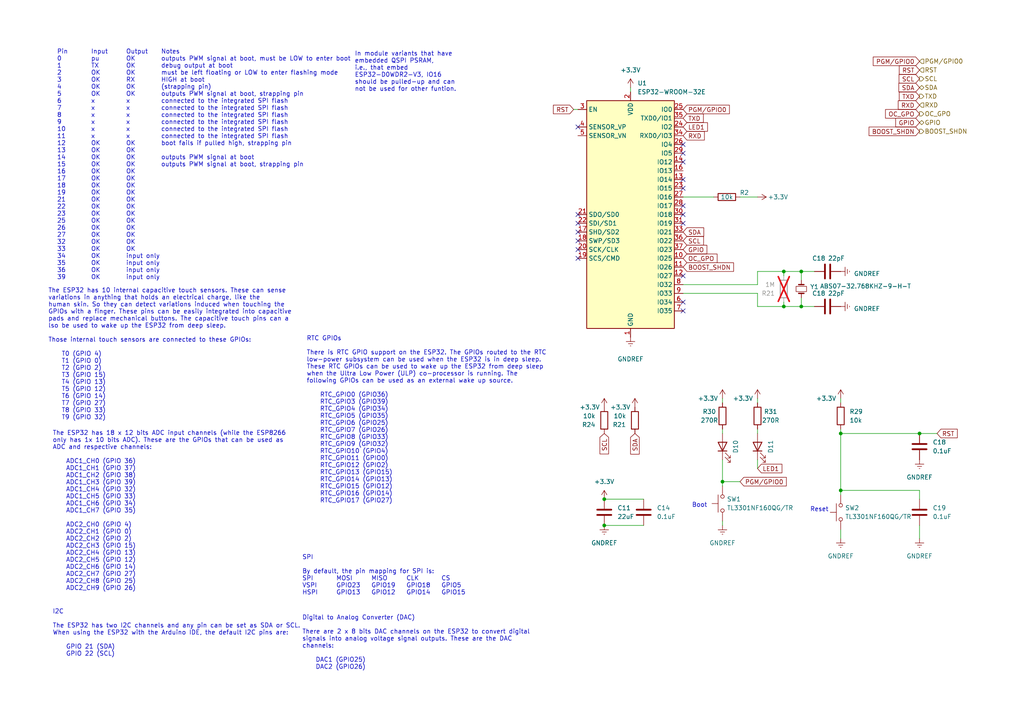
<source format=kicad_sch>
(kicad_sch (version 20230121) (generator eeschema)
  (paper "A4")
  (lib_symbols
    (symbol "Device:C" (pin_numbers hide) (pin_names (offset 0.254))
      (property "Reference" "C" (at 0.635 2.54 0))
      (property "Value" "C" (at 0.635 -2.54 0))
      (symbol "C_0_1"
        (polyline (pts (xy -2.032 -0.762) (xy 2.032 -0.762)) (stroke (width 0.508)))
        (polyline (pts (xy -2.032 0.762) (xy 2.032 0.762)) (stroke (width 0.508)))
      )
      (symbol "C_1_1"
        (pin passive line (at 0 3.81 270) (length 2.794) (name "~") (number "1"))
        (pin passive line (at 0 -3.81 90) (length 2.794) (name "~") (number "2"))
      )
    )
    (symbol "Device:Crystal_Small" (pin_numbers hide) (pin_names (offset 1.016) hide)
      (property "Reference" "Y" (at 0 2.54 0))
      (property "Value" "Crystal_Small" (at 0 -2.54 0))
      (symbol "Crystal_Small_0_1"
        (rectangle (start -0.762 -1.524) (end 0.762 1.524))
        (polyline (pts (xy -1.27 -0.762) (xy -1.27 0.762)) (stroke (width 0.381)))
        (polyline (pts (xy 1.27 -0.762) (xy 1.27 0.762)) (stroke (width 0.381)))
      )
      (symbol "Crystal_Small_1_1"
        (pin passive line (at -2.54 0 0) (length 1.27) (name "1") (number "1"))
        (pin passive line (at 2.54 0 180) (length 1.27) (name "2") (number "2"))
      )
    )
    (symbol "Device:LED" (pin_numbers hide) (pin_names (offset 1.016) hide)
      (property "Reference" "D" (at 0 2.54 0))
      (property "Value" "LED" (at 0 -2.54 0))
      (symbol "LED_0_1"
        (polyline (pts (xy -1.27 -1.27) (xy -1.27 1.27)) (stroke (width 0.254)))
        (polyline (pts (xy -1.27 0) (xy 1.27 0)))
        (polyline (pts (xy 1.27 -1.27) (xy 1.27 1.27) (xy -1.27 0) (xy 1.27 -1.27)) (stroke (width 0.254)))
        (polyline (pts (xy -3.048 -0.762) (xy -4.572 -2.286) (xy -3.81 -2.286) (xy -4.572 -2.286) (xy -4.572 -1.524)))
        (polyline (pts (xy -1.778 -0.762) (xy -3.302 -2.286) (xy -2.54 -2.286) (xy -3.302 -2.286) (xy -3.302 -1.524)))
      )
      (symbol "LED_1_1"
        (pin passive line (at -3.81 0 0) (length 2.54) (name "K") (number "1"))
        (pin passive line (at 3.81 0 180) (length 2.54) (name "A") (number "2"))
      )
    )
    (symbol "Device:R" (pin_numbers hide) (pin_names (offset 0))
      (property "Reference" "R" (at 2.032 0 90))
      (property "Value" "R" (at 0 0 90))
      (symbol "R_0_1"
        (rectangle (start -1.016 -2.54) (end 1.016 2.54) (stroke (width 0.254)))
      )
      (symbol "R_1_1"
        (pin passive line (at 0 3.81 270) (length 1.27) (name "~") (number "1"))
        (pin passive line (at 0 -3.81 90) (length 1.27) (name "~") (number "2"))
      )
    )
    (symbol "RF_Module:ESP32-WROOM-32D"
      (property "Reference" "U" (at -12.7 34.29 0))
      (property "Value" "ESP32-WROOM-32D" (at 1.27 34.29 0))
      (symbol "ESP32-WROOM-32D_0_1"
        (rectangle (start -12.7 33.02) (end 12.7 -33.02) (stroke (width 0.254)) (fill (type background)))
      )
      (symbol "ESP32-WROOM-32D_1_1"
        (pin power_in line (at 0 -35.56 90) (length 2.54) (name "GND") (number "1"))
        (pin bidirectional line (at 15.24 -12.7 180) (length 2.54) (name "IO25") (number "10"))
        (pin bidirectional line (at 15.24 -15.24 180) (length 2.54) (name "IO26") (number "11"))
        (pin bidirectional line (at 15.24 -17.78 180) (length 2.54) (name "IO27") (number "12"))
        (pin bidirectional line (at 15.24 10.16 180) (length 2.54) (name "IO14") (number "13"))
        (pin bidirectional line (at 15.24 15.24 180) (length 2.54) (name "IO12") (number "14"))
        (pin passive line (at 0 -35.56 90) (length 2.54) hide (name "GND") (number "15"))
        (pin bidirectional line (at 15.24 12.7 180) (length 2.54) (name "IO13") (number "16"))
        (pin bidirectional line (at -15.24 -5.08 0) (length 2.54) (name "SHD/SD2") (number "17"))
        (pin bidirectional line (at -15.24 -7.62 0) (length 2.54) (name "SWP/SD3") (number "18"))
        (pin bidirectional line (at -15.24 -12.7 0) (length 2.54) (name "SCS/CMD") (number "19"))
        (pin power_in line (at 0 35.56 270) (length 2.54) (name "VDD") (number "2"))
        (pin bidirectional line (at -15.24 -10.16 0) (length 2.54) (name "SCK/CLK") (number "20"))
        (pin bidirectional line (at -15.24 0 0) (length 2.54) (name "SDO/SD0") (number "21"))
        (pin bidirectional line (at -15.24 -2.54 0) (length 2.54) (name "SDI/SD1") (number "22"))
        (pin bidirectional line (at 15.24 7.62 180) (length 2.54) (name "IO15") (number "23"))
        (pin bidirectional line (at 15.24 25.4 180) (length 2.54) (name "IO2") (number "24"))
        (pin bidirectional line (at 15.24 30.48 180) (length 2.54) (name "IO0") (number "25"))
        (pin bidirectional line (at 15.24 20.32 180) (length 2.54) (name "IO4") (number "26"))
        (pin bidirectional line (at 15.24 5.08 180) (length 2.54) (name "IO16") (number "27"))
        (pin bidirectional line (at 15.24 2.54 180) (length 2.54) (name "IO17") (number "28"))
        (pin bidirectional line (at 15.24 17.78 180) (length 2.54) (name "IO5") (number "29"))
        (pin input line (at -15.24 30.48 0) (length 2.54) (name "EN") (number "3"))
        (pin bidirectional line (at 15.24 0 180) (length 2.54) (name "IO18") (number "30"))
        (pin bidirectional line (at 15.24 -2.54 180) (length 2.54) (name "IO19") (number "31"))
        (pin no_connect line (at -12.7 -27.94 0) (length 2.54) hide (name "NC") (number "32"))
        (pin bidirectional line (at 15.24 -5.08 180) (length 2.54) (name "IO21") (number "33"))
        (pin bidirectional line (at 15.24 22.86 180) (length 2.54) (name "RXD0/IO3") (number "34"))
        (pin bidirectional line (at 15.24 27.94 180) (length 2.54) (name "TXD0/IO1") (number "35"))
        (pin bidirectional line (at 15.24 -7.62 180) (length 2.54) (name "IO22") (number "36"))
        (pin bidirectional line (at 15.24 -10.16 180) (length 2.54) (name "IO23") (number "37"))
        (pin passive line (at 0 -35.56 90) (length 2.54) hide (name "GND") (number "38"))
        (pin passive line (at 0 -35.56 90) (length 2.54) hide (name "GND") (number "39"))
        (pin input line (at -15.24 25.4 0) (length 2.54) (name "SENSOR_VP") (number "4"))
        (pin input line (at -15.24 22.86 0) (length 2.54) (name "SENSOR_VN") (number "5"))
        (pin input line (at 15.24 -25.4 180) (length 2.54) (name "IO34") (number "6"))
        (pin input line (at 15.24 -27.94 180) (length 2.54) (name "IO35") (number "7"))
        (pin bidirectional line (at 15.24 -20.32 180) (length 2.54) (name "IO32") (number "8"))
        (pin bidirectional line (at 15.24 -22.86 180) (length 2.54) (name "IO33") (number "9"))
      )
    )
    (symbol "Switch:SW_Push" (pin_numbers hide) (pin_names (offset 1.016) hide)
      (property "Reference" "SW" (at 1.27 2.54 0))
      (property "Value" "SW_Push" (at 0 -1.524 0))
      (symbol "SW_Push_0_1"
        (circle (center -2.032 0) (radius 0.508))
        (polyline (pts (xy 0 1.27) (xy 0 3.048)))
        (polyline (pts (xy 2.54 1.27) (xy -2.54 1.27)))
        (circle (center 2.032 0) (radius 0.508))
        (pin passive line (at -5.08 0 0) (length 2.54) (name "1") (number "1"))
        (pin passive line (at 5.08 0 180) (length 2.54) (name "2") (number "2"))
      )
    )
    (symbol "power:+3.3V" (power) (pin_names (offset 0))
      (property "Value" "+3.3V" (at 0 3.556 0))
      (symbol "+3.3V_0_1"
        (polyline (pts (xy -0.762 1.27) (xy 0 2.54)))
        (polyline (pts (xy 0 0) (xy 0 2.54)))
        (polyline (pts (xy 0 2.54) (xy 0.762 1.27)))
      )
      (symbol "+3.3V_1_1"
        (pin power_in line (at 0 0 90) (length 0) hide (name "+3.3V") (number "1"))
      )
    )
    (symbol "power:GNDREF" (power) (pin_names (offset 0))
      (property "Value" "GNDREF" (at 0 -3.81 0))
      (symbol "GNDREF_0_1"
        (polyline (pts (xy -0.635 -1.905) (xy 0.635 -1.905)))
        (polyline (pts (xy -0.127 -2.54) (xy 0.127 -2.54)))
        (polyline (pts (xy 0 -1.27) (xy 0 0)))
        (polyline (pts (xy 1.27 -1.27) (xy -1.27 -1.27)))
      )
      (symbol "GNDREF_1_1"
        (pin power_in line (at 0 0 270) (length 0) hide (name "GNDREF") (number "1"))
      )
    )
  )
  (junction (at 209.55 139.7))
  (junction (at 175.26 152.4))
  (junction (at 232.41 88.9))
  (junction (at 243.84 142.24))
  (junction (at 266.7 125.73))
  (junction (at 232.41 78.74))
  (junction (at 243.84 125.73))
  (junction (at 175.26 144.78))
  (junction (at 227.33 88.9))
  (junction (at 227.33 78.74))
  (no_connect (at 167.64 64.77))
  (no_connect (at 198.12 64.77))
  (no_connect (at 167.64 69.85))
  (no_connect (at 198.12 54.61))
  (no_connect (at 167.64 36.83))
  (no_connect (at 167.64 74.93))
  (no_connect (at 198.12 59.69))
  (no_connect (at 198.12 52.07))
  (no_connect (at 198.12 87.63))
  (no_connect (at 198.12 90.17))
  (no_connect (at 198.12 62.23))
  (no_connect (at 167.64 72.39))
  (no_connect (at 167.64 62.23))
  (no_connect (at 198.12 41.91))
  (no_connect (at 167.64 67.31))
  (no_connect (at 198.12 44.45))
  (no_connect (at 198.12 46.99))
  (no_connect (at 198.12 80.01))
  (wire (pts (xy 219.71 115.57) (xy 219.71 116.84)))
  (wire (pts (xy 266.7 152.4) (xy 266.7 156.21)))
  (wire (pts (xy 214.63 57.15) (xy 219.71 57.15)))
  (wire (pts (xy 219.71 133.35) (xy 219.71 135.89)))
  (wire (pts (xy 209.55 139.7) (xy 214.63 139.7)))
  (wire (pts (xy 209.55 133.35) (xy 209.55 139.7)))
  (wire (pts (xy 232.41 78.74) (xy 232.41 81.28)))
  (wire (pts (xy 232.41 78.74) (xy 236.22 78.74)))
  (wire (pts (xy 243.84 142.24) (xy 243.84 143.51)))
  (wire (pts (xy 227.33 78.74) (xy 232.41 78.74)))
  (wire (pts (xy 266.7 125.73) (xy 271.78 125.73)))
  (wire (pts (xy 198.12 82.55) (xy 219.71 82.55)))
  (wire (pts (xy 209.55 124.46) (xy 209.55 125.73)))
  (wire (pts (xy 243.84 124.46) (xy 243.84 125.73)))
  (wire (pts (xy 243.84 156.21) (xy 243.84 153.67)))
  (wire (pts (xy 207.01 57.15) (xy 198.12 57.15)))
  (wire (pts (xy 219.71 88.9) (xy 227.33 88.9)))
  (wire (pts (xy 219.71 82.55) (xy 219.71 78.74)))
  (wire (pts (xy 182.88 25.4) (xy 182.88 26.67)))
  (wire (pts (xy 243.84 125.73) (xy 266.7 125.73)))
  (wire (pts (xy 227.33 88.9) (xy 232.41 88.9)))
  (wire (pts (xy 227.33 87.63) (xy 227.33 88.9)))
  (wire (pts (xy 166.37 31.75) (xy 167.64 31.75)))
  (wire (pts (xy 209.55 140.97) (xy 209.55 139.7)))
  (wire (pts (xy 243.84 115.57) (xy 243.84 116.84)))
  (wire (pts (xy 227.33 78.74) (xy 227.33 80.01)))
  (wire (pts (xy 186.69 144.78) (xy 175.26 144.78)))
  (wire (pts (xy 186.69 152.4) (xy 175.26 152.4)))
  (wire (pts (xy 209.55 115.57) (xy 209.55 116.84)))
  (wire (pts (xy 243.84 125.73) (xy 243.84 142.24)))
  (wire (pts (xy 219.71 124.46) (xy 219.71 125.73)))
  (wire (pts (xy 209.55 152.4) (xy 209.55 151.13)))
  (wire (pts (xy 266.7 142.24) (xy 243.84 142.24)))
  (wire (pts (xy 219.71 85.09) (xy 219.71 88.9)))
  (wire (pts (xy 219.71 78.74) (xy 227.33 78.74)))
  (wire (pts (xy 232.41 88.9) (xy 236.22 88.9)))
  (wire (pts (xy 232.41 86.36) (xy 232.41 88.9)))
  (wire (pts (xy 198.12 85.09) (xy 219.71 85.09)))
  (wire (pts (xy 266.7 144.78) (xy 266.7 142.24)))
  (text "SPI\n\nBy default, the pin mapping for SPI is:\nSPI   	MOSI	MISO	CLK 	CS\nVSPI	GPIO23	GPIO19	GPIO18	GPIO5\nHSPI	GPIO13	GPIO12	GPIO14	GPIO15" (at 87.63 172.72 0) (effects (font (size 1.27 1.27)) (justify left bottom)))
  (text "The ESP32 has 18 x 12 bits ADC input channels (while the ESP8266 \nonly has 1x 10 bits ADC). These are the GPIOs that can be used as \nADC and respective channels:\n\n    ADC1_CH0 (GPIO 36)\n    ADC1_CH1 (GPIO 37)\n    ADC1_CH2 (GPIO 38)\n    ADC1_CH3 (GPIO 39)\n    ADC1_CH4 (GPIO 32)\n    ADC1_CH5 (GPIO 33)\n    ADC1_CH6 (GPIO 34)\n    ADC1_CH7 (GPIO 35)\n\n    ADC2_CH0 (GPIO 4)\n    ADC2_CH1 (GPIO 0)\n    ADC2_CH2 (GPIO 2)\n    ADC2_CH3 (GPIO 15)\n    ADC2_CH4 (GPIO 13)\n    ADC2_CH5 (GPIO 12)\n    ADC2_CH6 (GPIO 14)\n    ADC2_CH7 (GPIO 27)\n    ADC2_CH8 (GPIO 25)\n    ADC2_CH9 (GPIO 26)" (at 15.24 171.45 0) (effects (font (size 1.27 1.27)) (justify left bottom)))
  (text "I2C\n\nThe ESP32 has two I2C channels and any pin can be set as SDA or SCL.\nWhen using the ESP32 with the Arduino IDE, the default I2C pins are:\n\n    GPIO 21 (SDA)\n    GPIO 22 (SCL)" (at 15.24 190.5 0) (effects (font (size 1.27 1.27)) (justify left bottom)))
  (text "Digital to Analog Converter (DAC)\n\nThere are 2 x 8 bits DAC channels on the ESP32 to convert digital \nsignals into analog voltage signal outputs. These are the DAC \nchannels:\n\n    DAC1 (GPIO25)\n    DAC2 (GPIO26)" (at 87.63 194.31 0) (effects (font (size 1.27 1.27)) (justify left bottom)))
  (text "Boot" (at 200.66 147.32 0) (effects (font (size 1.27 1.27)) (justify left bottom)))
  (text "RTC GPIOs\n\nThere is RTC GPIO support on the ESP32. The GPIOs routed to the RTC\nlow-power subsystem can be used when the ESP32 is in deep sleep. \nThese RTC GPIOs can be used to wake up the ESP32 from deep sleep \nwhen the Ultra Low Power (ULP) co-processor is running. The \nfollowing GPIOs can be used as an external wake up source.\n\n    RTC_GPIO0 (GPIO36)\n    RTC_GPIO3 (GPIO39)\n    RTC_GPIO4 (GPIO34)\n    RTC_GPIO5 (GPIO35)\n    RTC_GPIO6 (GPIO25)\n    RTC_GPIO7 (GPIO26)\n    RTC_GPIO8 (GPIO33)\n    RTC_GPIO9 (GPIO32)\n    RTC_GPIO10 (GPIO4)\n    RTC_GPIO11 (GPIO0)\n    RTC_GPIO12 (GPIO2)\n    RTC_GPIO13 (GPIO15)\n    RTC_GPIO14 (GPIO13)\n    RTC_GPIO15 (GPIO12)\n    RTC_GPIO16 (GPIO14)\n    RTC_GPIO17 (GPIO27)" (at 88.9 146.05 0) (effects (font (size 1.27 1.27)) (justify left bottom)))
  (text "Reset" (at 234.95 148.59 0) (effects (font (size 1.27 1.27)) (justify left bottom)))
  (text "The ESP32 has 10 internal capacitive touch sensors. These can sense \nvariations in anything that holds an electrical charge, like the \nhuman skin. So they can detect variations induced when touching the \nGPIOs with a finger. These pins can be easily integrated into capacitive\npads and replace mechanical buttons. The capacitive touch pins can a\nlso be used to wake up the ESP32 from deep sleep.\n\nThose internal touch sensors are connected to these GPIOs:\n\n    T0 (GPIO 4)\n    T1 (GPIO 0)\n    T2 (GPIO 2)\n    T3 (GPIO 15)\n    T4 (GPIO 13)\n    T5 (GPIO 12)\n    T6 (GPIO 14)\n    T7 (GPIO 27)\n    T8 (GPIO 33)\n    T9 (GPIO 32)" (at 13.97 121.92 0) (effects (font (size 1.27 1.27)) (justify left bottom)))
  (text "Pin		Input	Output	Notes\n0		pu		OK		outputs PWM signal at boot, must be LOW to enter boot\n1		TX 		OK		debug output at boot\n2		OK		OK		must be left floating or LOW to enter flashing mode\n3		OK		RX 		HIGH at boot\n4		OK		OK		(strapping pin)\n5		OK		OK		outputs PWM signal at boot, strapping pin\n6		x		x		connected to the integrated SPI flash\n7		x		x		connected to the integrated SPI flash\n8		x		x		connected to the integrated SPI flash\n9		x		x		connected to the integrated SPI flash\n10		x		x		connected to the integrated SPI flash\n11		x		x		connected to the integrated SPI flash\n12		OK		OK		boot fails if pulled high, strapping pin\n13		OK		OK		\n14		OK		OK		outputs PWM signal at boot\n15		OK		OK		outputs PWM signal at boot, strapping pin\n16		OK		OK		\n17		OK		OK		\n18		OK		OK		\n19		OK		OK		\n21		OK		OK		\n22		OK		OK		\n23		OK		OK		\n25		OK		OK		\n26		OK		OK		\n27		OK		OK		\n32		OK		OK		\n33		OK		OK		\n34		OK		input only\n35		OK		input only\n36		OK		input only\n39		OK		input only" (at 16.51 81.28 0) (effects (font (size 1.27 1.27)) (justify left bottom)))
  (text "In module variants that have\nembedded QSPI PSRAM,\ni.e., that embed\nESP32-D0WDR2-V3, IO16\nshould be pulled-up and can\nnot be used for other funtion." (at 102.87 26.67 0) (effects (font (size 1.27 1.27)) (justify left bottom)))
  (global_label "LED1" (shape input) (at 219.71 135.89 0) (property "Intersheetrefs" "${INTERSHEET_REFS}" (effects hide)))
  (global_label "BOOST_SHDN" (shape input) (at 266.7 38.1 180) (property "Intersheetrefs" "${INTERSHEET_REFS}" (effects hide)))
  (global_label "PGM{slash}GPIO0" (shape input) (at 266.7 17.78 180) (property "Intersheetrefs" "${INTERSHEET_REFS}" (effects hide)))
  (global_label "RST" (shape input) (at 271.78 125.73 0) (property "Intersheetrefs" "${INTERSHEET_REFS}" (effects hide)))
  (global_label "GPIO" (shape input) (at 266.7 35.56 180) (property "Intersheetrefs" "${INTERSHEET_REFS}" (effects hide)))
  (global_label "SCL" (shape input) (at 266.7 22.86 180) (property "Intersheetrefs" "${INTERSHEET_REFS}" (effects hide)))
  (global_label "SCL" (shape input) (at 175.26 125.73 270) (property "Intersheetrefs" "${INTERSHEET_REFS}" (effects hide)))
  (global_label "RXD" (shape input) (at 198.12 39.37 0) (property "Intersheetrefs" "${INTERSHEET_REFS}" (effects hide)))
  (global_label "TXD" (shape input) (at 266.7 27.94 180) (property "Intersheetrefs" "${INTERSHEET_REFS}" (effects hide)))
  (global_label "OC_GPO" (shape input) (at 198.12 74.93 0) (property "Intersheetrefs" "${INTERSHEET_REFS}" (effects hide)))
  (global_label "RST" (shape input) (at 266.7 20.32 180) (property "Intersheetrefs" "${INTERSHEET_REFS}" (effects hide)))
  (global_label "LED1" (shape input) (at 198.12 36.83 0) (property "Intersheetrefs" "${INTERSHEET_REFS}" (effects hide)))
  (global_label "SDA" (shape input) (at 184.15 125.73 270) (property "Intersheetrefs" "${INTERSHEET_REFS}" (effects hide)))
  (global_label "RXD" (shape input) (at 266.7 30.48 180) (property "Intersheetrefs" "${INTERSHEET_REFS}" (effects hide)))
  (global_label "RST" (shape input) (at 166.37 31.75 180) (property "Intersheetrefs" "${INTERSHEET_REFS}" (effects hide)))
  (global_label "BOOST_SHDN" (shape input) (at 198.12 77.47 0) (property "Intersheetrefs" "${INTERSHEET_REFS}" (effects hide)))
  (global_label "TXD" (shape input) (at 198.12 34.29 0) (property "Intersheetrefs" "${INTERSHEET_REFS}" (effects hide)))
  (global_label "PGM{slash}GPIO0" (shape input) (at 198.12 31.75 0) (property "Intersheetrefs" "${INTERSHEET_REFS}" (effects hide)))
  (global_label "SDA" (shape input) (at 266.7 25.4 180) (property "Intersheetrefs" "${INTERSHEET_REFS}" (effects hide)))
  (global_label "GPIO" (shape input) (at 198.12 72.39 0) (property "Intersheetrefs" "${INTERSHEET_REFS}" (effects hide)))
  (global_label "OC_GPO" (shape input) (at 266.7 33.02 180) (property "Intersheetrefs" "${INTERSHEET_REFS}" (effects hide)))
  (global_label "SDA" (shape input) (at 198.12 67.31 0) (property "Intersheetrefs" "${INTERSHEET_REFS}" (effects hide)))
  (global_label "SCL" (shape input) (at 198.12 69.85 0) (property "Intersheetrefs" "${INTERSHEET_REFS}" (effects hide)))
  (global_label "PGM{slash}GPIO0" (shape input) (at 214.63 139.7 0) (property "Intersheetrefs" "${INTERSHEET_REFS}" (effects hide)))
  (hierarchical_label "PGM{slash}GPIO0" (shape input) (at 266.7 17.78 0))
  (hierarchical_label "BOOST_SHDN" (shape output) (at 266.7 38.1 0))
  (hierarchical_label "SDA" (shape bidirectional) (at 266.7 25.4 0))
  (hierarchical_label "TXD" (shape output) (at 266.7 27.94 0))
  (hierarchical_label "RST" (shape input) (at 266.7 20.32 0))
  (hierarchical_label "RXD" (shape input) (at 266.7 30.48 0))
  (hierarchical_label "SCL" (shape output) (at 266.7 22.86 0))
  (hierarchical_label "GPIO" (shape bidirectional) (at 266.7 35.56 0))
  (hierarchical_label "OC_GPO" (shape output) (at 266.7 33.02 0))
  (symbol (lib_id "Device:Crystal_Small") (at 232.41 83.82 90) (unit 1)
    (property "Reference" "Y1" (at 234.95 83.185 90) (effects (justify right)))
    (property "Value" "ABS07-32.768KHZ-9-H-T" (at 237.8133 83.0007 90) (effects (justify right)))
    (property "Footprint" "Crystal:Crystal_SMD_3215-2Pin_3.2x1.5mm" (effects hide))
    (property "Datasheet" "https://no.mouser.com/datasheet/2/3/ABS07-3080027.pdf" (effects hide))
    (property "Supplier Part Number" "ABS07-32.768KHZ-9-H-T" (effects hide))
  )
  (symbol (lib_id "power:GNDREF") (at 266.7 133.35 0) (unit 1)
    (property "Reference" "#PWR046" (effects hide))
    (property "Value" "GNDREF" (at 266.7 138.43 0))
    (instances (project "aqsense_cheapass" (path "" (reference "#PWR046") (unit 1)) (path "" (reference "#PWR034") (unit 1))) (project "opengeiger" (path "" (reference "#PWR030") (unit 1))))
  )
  (symbol (lib_id "Device:R") (at 184.15 121.92 0) (unit 1)
    (property "Reference" "R21" (at 181.61 123.1901 0) (effects (justify right)))
    (property "Value" "10k" (at 181.61 120.6501 0) (effects (justify right)))
    (property "Footprint" "Resistor_SMD:R_0603_1608Metric_Pad0.98x0.95mm_HandSolder" (effects hide))
    (property "MPN" "RMCF0603JT10K0" (effects hide))
    (property "INFO" "DIGIKEY" (effects hide))
    (property "Supplier Part Number" "RMCF0603JT10K0DKR-ND" (effects hide))
    (instances (project "aqsense_cheapass" (path "" (reference "R21") (unit 1)) (path "" (reference "R10") (unit 1)) (path "" (reference "R10") (unit 1))) (project "opengeiger" (path "" (reference "R16") (unit 1))))
  )
  (symbol (lib_id "power:+3.3V") (at 175.26 118.11 0) (unit 1)
    (property "Reference" "#PWR030" (effects hide))
    (property "Value" "+3.3V" (at 173.99 118.11 0) (effects (justify right)))
    (instances (project "aqsense_cheapass" (path "" (reference "#PWR030") (unit 1)) (path "" (reference "#PWR026") (unit 1)) (path "" (reference "#PWR026") (unit 1))) (project "opengeiger" (path "" (reference "#PWR0110") (unit 1))))
  )
  (symbol (lib_id "power:+3.3V") (at 209.55 115.57 0) (unit 1)
    (property "Reference" "#PWR049" (effects hide))
    (property "Value" "+3.3V" (at 208.28 115.57 0) (effects (justify right)))
    (instances (project "aqsense_cheapass" (path "" (reference "#PWR049") (unit 1)) (path "" (reference "#PWR039") (unit 1))) (project "opengeiger" (path "" (reference "#PWR035") (unit 1))))
  )
  (symbol (lib_id "power:+3.3V") (at 219.71 115.57 0) (unit 1)
    (property "Reference" "#PWR050" (effects hide))
    (property "Value" "+3.3V" (at 218.44 115.57 0) (effects (justify right)))
    (instances (project "aqsense_cheapass" (path "" (reference "#PWR050") (unit 1)) (path "" (reference "#PWR040") (unit 1))) (project "opengeiger" (path "" (reference "#PWR036") (unit 1))))
  )
  (symbol (lib_id "Device:R") (at 243.84 120.65 180) (unit 1)
    (property "Reference" "R29" (at 246.38 119.3799 0) (effects (justify right)))
    (property "Value" "10k" (at 246.38 121.9199 0) (effects (justify right)))
    (property "Footprint" "Resistor_SMD:R_0603_1608Metric_Pad0.98x0.95mm_HandSolder" (effects hide))
    (property "MPN" "RMCF0603JT10K0" (effects hide))
    (property "INFO" "DIGIKEY" (effects hide))
    (property "Supplier Part Number" "RMCF0603JT10K0DKR-ND" (effects hide))
    (instances (project "aqsense_cheapass" (path "" (reference "R29") (unit 1)) (path "" (reference "R2") (unit 1))) (project "opengeiger" (path "" (reference "R8") (unit 1))))
  )
  (symbol (lib_id "Device:R") (at 175.26 121.92 0) (unit 1)
    (property "Reference" "R24" (at 172.72 123.1901 0) (effects (justify right)))
    (property "Value" "10k" (at 172.72 120.6501 0) (effects (justify right)))
    (property "Footprint" "Resistor_SMD:R_0603_1608Metric_Pad0.98x0.95mm_HandSolder" (effects hide))
    (property "MPN" "RMCF0603JT10K0" (effects hide))
    (property "INFO" "DIGIKEY" (effects hide))
    (property "Supplier Part Number" "RMCF0603JT10K0DKR-ND" (effects hide))
    (instances (project "aqsense_cheapass" (path "" (reference "R24") (unit 1)) (path "" (reference "R11") (unit 1)) (path "" (reference "R11") (unit 1))) (project "opengeiger" (path "" (reference "R17") (unit 1))))
  )
  (symbol (lib_id "Device:C") (at 266.7 148.59 0) (unit 1)
    (property "Reference" "C19" (at 270.51 147.3199 0) (effects (justify left)))
    (property "Value" "0.1uF" (at 270.51 149.8599 0) (effects (justify left)))
    (property "Footprint" "Capacitor_SMD:C_0603_1608Metric_Pad1.08x0.95mm_HandSolder" (effects hide))
    (property "MPN" "06035C104KAT4A" (effects hide))
    (property "INFO" "DIGIKEY" (effects hide))
    (property "Supplier Part Number" "478-10346-1-ND" (effects hide))
    (instances (project "aqsense_cheapass" (path "" (reference "C19") (unit 1)) (path "" (reference "C6") (unit 1))) (project "opengeiger" (path "" (reference "C9") (unit 1))))
  )
  (symbol (lib_id "Device:C") (at 186.69 148.59 0) (unit 1)
    (property "Reference" "C14" (at 190.5 147.3199 0) (effects (justify left)))
    (property "Value" "0.1uF" (at 190.5 149.8599 0) (effects (justify left)))
    (property "Footprint" "Capacitor_SMD:C_0603_1608Metric_Pad1.08x0.95mm_HandSolder" (effects hide))
    (property "MPN" "06035C104KAT4A" (effects hide))
    (property "INFO" "DIGIKEY" (effects hide))
    (property "Supplier Part Number" "478-10346-1-ND" (effects hide))
    (instances (project "aqsense_cheapass" (path "" (reference "C14") (unit 1)) (path "" (reference "C8") (unit 1))) (project "opengeiger" (path "" (reference "C6") (unit 1))))
  )
  (symbol (lib_id "power:+3.3V") (at 175.26 144.78 0) (unit 1)
    (property "Reference" "#PWR018" (effects hide))
    (property "Value" "+3.3V" (at 175.26 139.7 0))
    (instances (project "aqsense_cheapass" (path "" (reference "#PWR018") (unit 1)) (path "" (reference "#PWR041") (unit 1))) (project "opengeiger" (path "" (reference "#PWR016") (unit 1))))
  )
  (symbol (lib_id "power:GNDREF") (at 243.84 88.9 90) (unit 1)
    (property "Reference" "#PWR043" (effects hide))
    (property "Value" "GNDREF" (at 247.65 89.535 90) (effects (justify right)))
    (instances (project "aqsense_cheapass" (path "" (reference "#PWR043") (unit 1)) (path "" (reference "#PWR046") (unit 1))) (project "opengeiger" (path "" (reference "#PWR032") (unit 1))))
  )
  (symbol (lib_id "power:+3.3V") (at 219.71 57.15 270) (unit 1)
    (property "Reference" "#PWR015" (effects hide))
    (property "Value" "+3.3V" (at 228.6 57.15 90) (effects (justify right)))
    (instances (project "aqsense_cheapass" (path "" (reference "#PWR015") (unit 1)) (path "" (reference "#PWR038") (unit 1))) (project "opengeiger" (path "" (reference "#PWR013") (unit 1))))
  )
  (symbol (lib_id "Device:R") (at 219.71 120.65 0) (unit 1)
    (property "Reference" "R31" (at 223.52 119.38 0))
    (property "Value" "270R" (at 223.52 121.92 0))
    (property "Footprint" "Resistor_SMD:R_0603_1608Metric_Pad0.98x0.95mm_HandSolder" (effects hide))
    (property "MPN" "RC0603JR-07270RL" (effects hide))
    (property "INFO" "DIGIKEY" (effects hide))
    (property "Supplier Part Number" "311-270GRDKR-ND" (effects hide))
    (instances (project "aqsense_cheapass" (path "" (reference "R31") (unit 1)) (path "" (reference "R14") (unit 1))) (project "opengeiger" (path "" (reference "R10") (unit 1))))
  )
  (symbol (lib_id "power:GNDREF") (at 266.7 156.21 0) (unit 1)
    (property "Reference" "#PWR047" (effects hide))
    (property "Value" "GNDREF" (at 266.7 161.29 0))
    (instances (project "aqsense_cheapass" (path "" (reference "#PWR047") (unit 1)) (path "" (reference "#PWR037") (unit 1))) (project "opengeiger" (path "" (reference "#PWR031") (unit 1))))
  )
  (symbol (lib_id "Switch:SW_Push") (at 243.84 148.59 90) (unit 1)
    (property "Reference" "SW2" (at 245.11 147.3199 90) (effects (justify right)))
    (property "Value" "TL3301NF160QG/TR" (at 245.11 149.8599 90) (effects (justify right)))
    (property "Footprint" "eikgeiger:SW_TL3301NF160QG_TR" (effects hide))
    (property "MPN" "TL3301NF160QG/TR" (effects hide))
    (property "INFO" "DIGIKEY" (effects hide))
    (property "Supplier Part Number" "141-TL3301NF160QG-KRDKR-ND" (effects hide))
    (instances (project "aqsense_cheapass" (path "" (reference "SW2") (unit 1)) (path "" (reference "SW2") (unit 1))) (project "opengeiger" (path "" (reference "SW1") (unit 1))))
  )
  (symbol (lib_id "Device:C") (at 240.03 88.9 90) (unit 1)
    (property "Reference" "C18" (at 237.49 85.09 90))
    (property "Value" "22pF" (at 242.57 85.09 90))
    (property "Footprint" "Capacitor_SMD:C_0603_1608Metric_Pad1.08x0.95mm_HandSolder" (effects hide))
    (property "INFO" "DIGIKEY" (effects hide))
    (instances (project "aqsense_cheapass" (path "" (reference "C18") (unit 1)) (path "" (reference "C10") (unit 1))) (project "opengeiger" (path "" (reference "C8") (unit 1))))
  )
  (symbol (lib_id "Device:LED") (at 209.55 129.54 90) (unit 1)
    (property "Reference" "D10" (at 213.36 129.54 0))
    (property "Value" "0603RBD0700S01" (effects hide))
    (property "Footprint" "LED_SMD:LED_0603_1608Metric" (effects hide))
    (property "INFO" "DIGIKEY" (effects hide))
    (property "MPN" "0603RBD0700S01" (effects hide))
    (property "Supplier Part Number" "160-1447-6-ND" (effects hide))
    (instances (project "aqsense_cheapass" (path "" (reference "D10") (unit 1)) (path "" (reference "D3") (unit 1))) (project "opengeiger" (path "" (reference "D3") (unit 1))))
  )
  (symbol (lib_id "power:+3.3V") (at 243.84 115.57 0) (unit 1)
    (property "Reference" "#PWR044" (effects hide))
    (property "Value" "+3.3V" (at 242.57 115.57 0) (effects (justify right)))
    (instances (project "aqsense_cheapass" (path "" (reference "#PWR044") (unit 1)) (path "" (reference "#PWR018") (unit 1))) (project "opengeiger" (path "" (reference "#PWR026") (unit 1))))
  )
  (symbol (lib_id "power:GNDREF") (at 243.84 78.74 90) (unit 1)
    (property "Reference" "#PWR043" (effects hide))
    (property "Value" "GNDREF" (at 247.65 79.375 90) (effects (justify right)))
    (instances (project "aqsense_cheapass" (path "" (reference "#PWR043") (unit 1)) (path "" (reference "#PWR047") (unit 1))) (project "opengeiger" (path "" (reference "#PWR032") (unit 1))))
  )
  (symbol (lib_id "Device:C") (at 175.26 148.59 0) (unit 1)
    (property "Reference" "C11" (at 179.07 147.3199 0) (effects (justify left)))
    (property "Value" "22uF" (at 179.07 149.8599 0) (effects (justify left)))
    (property "Footprint" "Capacitor_SMD:C_0805_2012Metric_Pad1.18x1.45mm_HandSolder" (effects hide))
    (property "MPN" "CL21A226MOCLRNC" (effects hide))
    (property "INFO" "DIGIKEY" (effects hide))
    (property "Supplier Part Number" "1276-6780-6-ND" (effects hide))
    (instances (project "aqsense_cheapass" (path "" (reference "C11") (unit 1)) (path "" (reference "C7") (unit 1))) (project "opengeiger" (path "" (reference "C5") (unit 1))))
  )
  (symbol (lib_id "Device:LED") (at 219.71 129.54 90) (unit 1)
    (property "Reference" "D11" (at 223.52 129.54 0))
    (property "Value" "0603RBD0700S01" (effects hide))
    (property "Footprint" "LED_SMD:LED_0603_1608Metric" (effects hide))
    (property "INFO" "DIGIKEY" (effects hide))
    (property "MPN" "0603RBD0700S01" (effects hide))
    (property "Supplier Part Number" "160-1447-6-ND" (effects hide))
    (instances (project "aqsense_cheapass" (path "" (reference "D11") (unit 1)) (path "" (reference "D4") (unit 1))) (project "opengeiger" (path "" (reference "D4") (unit 1))))
  )
  (symbol (lib_id "power:+3.3V") (at 182.88 25.4 0) (unit 1)
    (property "Reference" "#PWR07" (effects hide))
    (property "Value" "+3.3V" (at 182.88 20.32 0))
    (instances (project "aqsense_cheapass" (path "" (reference "#PWR07") (unit 1)) (path "" (reference "#PWR08") (unit 1))) (project "opengeiger" (path "" (reference "#PWR04") (unit 1))))
  )
  (symbol (lib_id "power:GNDREF") (at 209.55 152.4 0) (unit 1)
    (property "Reference" "#PWR043" (effects hide))
    (property "Value" "GNDREF" (at 209.55 157.48 0))
    (instances (project "aqsense_cheapass" (path "" (reference "#PWR043") (unit 1)) (path "" (reference "#PWR07") (unit 1))) (project "opengeiger" (path "" (reference "#PWR032") (unit 1))))
  )
  (symbol (lib_id "Device:R") (at 227.33 83.82 0) (unit 1) (dnp yes)
    (property "Reference" "R21" (at 224.79 85.0901 0) (effects (justify right)))
    (property "Value" "1M" (at 224.79 82.5501 0) (effects (justify right)))
    (property "Footprint" "Resistor_SMD:R_0603_1608Metric_Pad0.98x0.95mm_HandSolder" (effects hide))
    (property "INFO" "DIGIKEY" (effects hide))
    (instances (project "aqsense_cheapass" (path "" (reference "R21") (unit 1)) (path "" (reference "R10") (unit 1)) (path "" (reference "R15") (unit 1))) (project "opengeiger" (path "" (reference "R16") (unit 1))))
  )
  (symbol (lib_id "power:+3.3V") (at 184.15 118.11 0) (unit 1)
    (property "Reference" "#PWR026" (effects hide))
    (property "Value" "+3.3V" (at 182.88 118.11 0) (effects (justify right)))
    (instances (project "aqsense_cheapass" (path "" (reference "#PWR026") (unit 1)) (path "" (reference "#PWR025") (unit 1)) (path "" (reference "#PWR025") (unit 1))) (project "opengeiger" (path "" (reference "#PWR0109") (unit 1))))
  )
  (symbol (lib_id "Device:R") (at 210.82 57.15 90) (unit 1)
    (property "Reference" "R2" (at 215.9 55.88 90))
    (property "Value" "10k" (at 210.82 57.15 90))
    (property "Footprint" "Resistor_SMD:R_0603_1608Metric_Pad0.98x0.95mm_HandSolder" (effects hide))
    (property "MPN" "RMCF0603JT10K0" (effects hide))
    (property "INFO" "DIGIKEY" (effects hide))
    (property "Supplier Part Number" "RMCF0603JT10K0DKR-ND" (effects hide))
    (instances (project "aqsense_cheapass" (path "" (reference "R2") (unit 1)) (path "" (reference "R12") (unit 1))) (project "opengeiger" (path "" (reference "R2") (unit 1))))
  )
  (symbol (lib_id "power:GNDREF") (at 175.26 152.4 0) (unit 1)
    (property "Reference" "#PWR019" (effects hide))
    (property "Value" "GNDREF" (at 175.26 157.48 0))
    (instances (project "aqsense_cheapass" (path "" (reference "#PWR019") (unit 1)) (path "" (reference "#PWR042") (unit 1))) (project "opengeiger" (path "" (reference "#PWR017") (unit 1))))
  )
  (symbol (lib_id "Device:C") (at 266.7 129.54 0) (unit 1)
    (property "Reference" "C18" (at 270.51 128.2699 0) (effects (justify left)))
    (property "Value" "0.1uF" (at 270.51 130.8099 0) (effects (justify left)))
    (property "Footprint" "Capacitor_SMD:C_0603_1608Metric_Pad1.08x0.95mm_HandSolder" (effects hide))
    (property "MPN" "06035C104KAT4A" (effects hide))
    (property "INFO" "DIGIKEY" (effects hide))
    (property "Supplier Part Number" "478-10346-1-ND" (effects hide))
    (instances (project "aqsense_cheapass" (path "" (reference "C18") (unit 1)) (path "" (reference "C5") (unit 1))) (project "opengeiger" (path "" (reference "C8") (unit 1))))
  )
  (symbol (lib_id "Switch:SW_Push") (at 209.55 146.05 90) (unit 1)
    (property "Reference" "SW1" (at 210.82 144.7799 90) (effects (justify right)))
    (property "Value" "TL3301NF160QG/TR" (at 210.82 147.3199 90) (effects (justify right)))
    (property "Footprint" "eikgeiger:SW_TL3301NF160QG_TR" (effects hide))
    (property "MPN" "TL3301NF160QG/TR" (effects hide))
    (property "INFO" "DIGIKEY" (effects hide))
    (property "Supplier Part Number" "141-TL3301NF160QG-KRDKR-ND" (effects hide))
    (instances (project "aqsense_cheapass" (path "" (reference "SW1") (unit 1)) (path "" (reference "SW1") (unit 1))) (project "opengeiger" (path "" (reference "SW2") (unit 1))))
  )
  (symbol (lib_id "power:GNDREF") (at 243.84 156.21 0) (unit 1)
    (property "Reference" "#PWR045" (effects hide))
    (property "Value" "GNDREF" (at 243.84 161.29 0))
    (instances (project "aqsense_cheapass" (path "" (reference "#PWR045") (unit 1)) (path "" (reference "#PWR019") (unit 1))) (project "opengeiger" (path "" (reference "#PWR027") (unit 1))))
  )
  (symbol (lib_id "Device:R") (at 209.55 120.65 0) (unit 1)
    (property "Reference" "R30" (at 205.74 119.38 0))
    (property "Value" "270R" (at 205.74 121.92 0))
    (property "Footprint" "Resistor_SMD:R_0603_1608Metric_Pad0.98x0.95mm_HandSolder" (effects hide))
    (property "MPN" "RC0603JR-07270RL" (effects hide))
    (property "INFO" "DIGIKEY" (effects hide))
    (property "Supplier Part Number" "311-270GRDKR-ND" (effects hide))
    (instances (project "aqsense_cheapass" (path "" (reference "R30") (unit 1)) (path "" (reference "R13") (unit 1))) (project "opengeiger" (path "" (reference "R9") (unit 1))))
  )
  (symbol (lib_id "Device:C") (at 240.03 78.74 90) (unit 1)
    (property "Reference" "C18" (at 237.49 74.93 90))
    (property "Value" "22pF" (at 242.57 74.93 90))
    (property "Footprint" "Capacitor_SMD:C_0603_1608Metric_Pad1.08x0.95mm_HandSolder" (effects hide))
    (property "INFO" "DIGIKEY" (effects hide))
    (instances (project "aqsense_cheapass" (path "" (reference "C18") (unit 1)) (path "" (reference "C9") (unit 1))) (project "opengeiger" (path "" (reference "C8") (unit 1))))
  )
  (symbol (lib_id "power:GNDREF") (at 182.88 97.79 0) (unit 1)
    (property "Reference" "#PWR08" (effects hide))
    (property "Value" "GNDREF" (at 182.88 104.14 0))
    (instances (project "aqsense_cheapass" (path "" (reference "#PWR08") (unit 1)) (path "" (reference "#PWR015") (unit 1))) (project "opengeiger" (path "" (reference "#PWR05") (unit 1))))
  )
  (symbol (lib_id "RF_Module:ESP32-WROOM-32D") (at 182.88 62.23 0) (unit 1)
    (property "Reference" "U1" (at 184.8994 24.13 0) (effects (justify left)))
    (property "Value" "ESP32-WROOM-32E" (at 184.8994 26.67 0) (effects (justify left)))
    (property "Footprint" "eikgeiger:ESP32-WROOM-32" (effects hide))
    (property "Datasheet" "file:///C:/Users/fnk/Downloads/esp32-wroom-32e_esp32-wroom-32ue_datasheet_en-1.pdf" (effects hide))
    (property "MPN" "ESP32-WROOM-32E-N16" (effects hide))
    (property "INFO" "DIGIKEY" (effects hide))
    (property "Supplier Part Number" "1965-ESP32-WROOM-32E-N16DKR-ND" (effects hide))
  )
)
</source>
